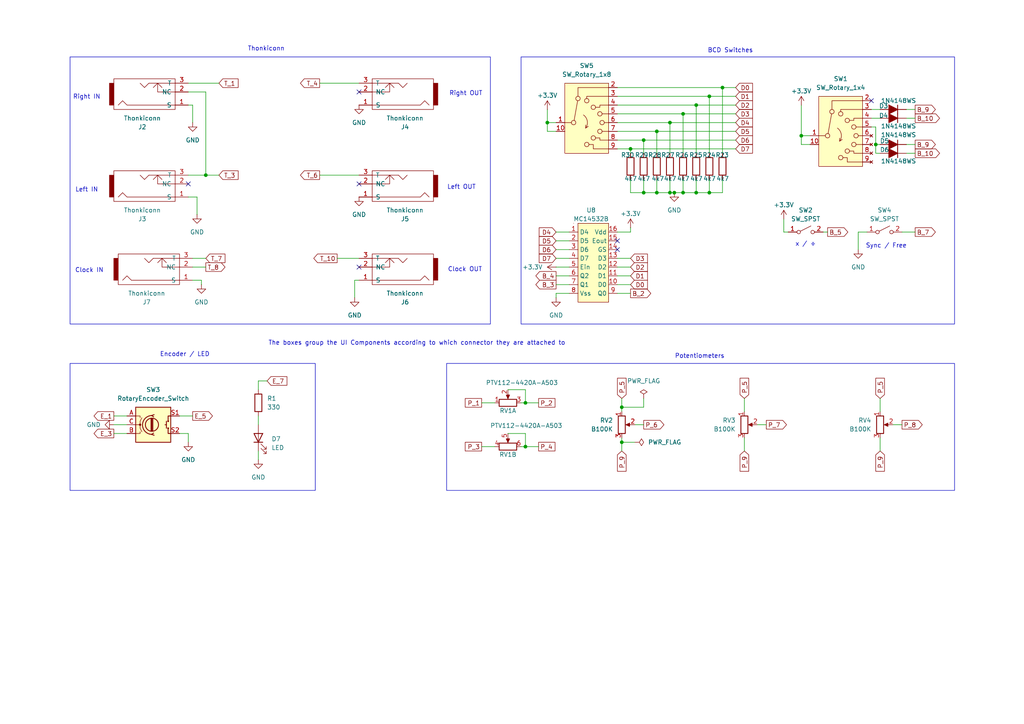
<source format=kicad_sch>
(kicad_sch (version 20231120) (generator "eeschema") (generator_version "8.0")
  (paper "A4")
  (title_block (title "Parrot - UI Components") (company "Audio Morphology"))
  (lib_symbols
    (symbol "DSP_CodecBoards:MC14532"
      (property "Reference" "U8" (at -1.27 15.24 0))
      (property "Value" "MC14532B" (at -1.27 12.7 0))
      (symbol "MC14532_0_1"
        (rectangle (start -6.35 11.43) (end -6.35 11.43))
      )
      (symbol "MC14532_1_1"
        (rectangle (start -5.08 11.43) (end 3.81 -11.43) (fill (type background)))
        (pin input line (at -7.62 8.89 0) (length 2.54) (name "D4") (number "1"))
        (pin input line (at 6.35 -6.35 180) (length 2.54) (name "D0") (number "10"))
        (pin input line (at 6.35 -3.81 180) (length 2.54) (name "D1") (number "11"))
        (pin input line (at 6.35 -1.27 180) (length 2.54) (name "D2") (number "12"))
        (pin input line (at 6.35 1.27 180) (length 2.54) (name "D3") (number "13"))
        (pin output line (at 6.35 3.81 180) (length 2.54) (name "GS") (number "14"))
        (pin output line (at 6.35 6.35 180) (length 2.54) (name "Eout") (number "15"))
        (pin power_in line (at 6.35 8.89 180) (length 2.54) (name "Vdd") (number "16"))
        (pin input line (at -7.62 6.35 0) (length 2.54) (name "D5") (number "2"))
        (pin input line (at -7.62 3.81 0) (length 2.54) (name "D6") (number "3"))
        (pin input line (at -7.62 1.27 0) (length 2.54) (name "D7") (number "4"))
        (pin input line (at -7.62 -1.27 0) (length 2.54) (name "Ein") (number "5"))
        (pin output line (at -7.62 -3.81 0) (length 2.54) (name "Q2") (number "6"))
        (pin output line (at -7.62 -6.35 0) (length 2.54) (name "Q1") (number "7"))
        (pin power_in line (at -7.62 -8.89 0) (length 2.54) (name "Vss") (number "8"))
        (pin output line (at 6.35 -8.89 180) (length 2.54) (name "Q0") (number "9"))
      )
    )
    (symbol "DSP_CodecBoards:SW_Rotary_1x4" (pin_names hide)
      (property "Reference" "SW" (at 0 12.7 0))
      (property "Value" "SW_Rotary_1x4" (at 10.16 -10.16 0))
      (symbol "SW_Rotary_1x4_0_1"
        (circle (center -5.08 0) (radius 0.635))
        (circle (center -3.81 6.985) (radius 0.635))
        (arc (start -1.5876 -1.5875) (mid -1.116 0.449) (end -2.2226 2.2225))
        (circle (center -1.27 -6.35) (radius 0.635))
        (circle (center -1.27 6.35) (radius 0.635))
        (polyline (pts (xy -7.62 0) (xy -5.715 0)))
        (polyline (pts (xy -4.9276 0.6604) (xy -3.9116 6.35)))
        (polyline (pts (xy -1.5876 -1.5875) (xy -1.5876 -1.5875)))
        (polyline (pts (xy -1.5876 -1.5875) (xy -1.5876 -0.6985)))
        (polyline (pts (xy -1.5876 -1.5875) (xy -0.8256 -1.0795)))
        (polyline (pts (xy 5.08 -2.54) (xy 3.175 -2.54)))
        (polyline (pts (xy 5.08 0) (xy 3.81 0)))
        (polyline (pts (xy 5.08 2.54) (xy 3.175 2.54)))
        (polyline (pts (xy 5.08 -7.62) (xy 0.635 -7.62) (xy 0.635 -6.35) (xy -0.635 -6.35)))
        (polyline (pts (xy 5.08 -5.08) (xy 2.54 -5.08) (xy 2.54 -4.445) (xy 1.27 -4.445)))
        (polyline (pts (xy 5.08 5.08) (xy 2.54 5.08) (xy 2.54 4.445) (xy 1.27 4.445)))
        (polyline (pts (xy 5.08 7.62) (xy -1.27 7.62) (xy -1.27 7.62) (xy -1.27 6.985)))
        (circle (center 0.635 -4.445) (radius 0.635))
        (circle (center 0.635 4.445) (radius 0.635))
        (circle (center 2.54 -2.54) (radius 0.635))
        (circle (center 2.54 2.54) (radius 0.635))
        (circle (center 3.175 0) (radius 0.635))
      )
      (symbol "SW_Rotary_1x4_1_1"
        (polyline (pts (xy 5.08 10.16) (xy -3.81 10.16) (xy -3.81 7.62)))
        (polyline (pts (xy -7.62 11.43) (xy 5.08 11.43) (xy 5.08 -8.89) (xy -7.62 -8.89) (xy -7.62 11.43) (xy -7.62 11.43)) (fill (type background)))
        (pin passive line (at -10.16 0 0) (length 2.54) (name "") (number "1"))
        (pin passive line (at -10.16 -2.54 0) (length 2.54) (name "") (number "10"))
        (pin passive line (at 7.62 10.16 180) (length 2.54) (name "") (number "2"))
        (pin passive line (at 7.62 7.62 180) (length 2.54) (name "") (number "3"))
        (pin passive line (at 7.62 5.08 180) (length 2.54) (name "") (number "4"))
        (pin passive line (at 7.62 2.54 180) (length 2.54) (name "") (number "5"))
        (pin no_connect line (at 7.62 0 180) (length 2.54) (name "") (number "6"))
        (pin no_connect line (at 7.62 -2.54 180) (length 2.54) (name "") (number "7"))
        (pin no_connect line (at 7.62 -5.08 180) (length 2.54) (name "") (number "8"))
        (pin no_connect line (at 7.62 -7.62 180) (length 2.54) (name "") (number "9"))
      )
    )
    (symbol "DSP_CodecBoards:SW_Rotary_1x8" (pin_names hide)
      (property "Reference" "SW" (at 0 12.7 0))
      (property "Value" "SW_Rotary_1x8" (at 10.16 -10.16 0))
      (symbol "SW_Rotary_1x8_0_1"
        (circle (center -5.08 0) (radius 0.635))
        (circle (center -3.81 6.985) (radius 0.635))
        (arc (start -1.5876 -1.5875) (mid -1.116 0.449) (end -2.2226 2.2225))
        (circle (center -1.27 -6.35) (radius 0.635))
        (circle (center -1.27 6.35) (radius 0.635))
        (polyline (pts (xy -7.62 0) (xy -5.715 0)))
        (polyline (pts (xy -4.9276 0.6604) (xy -3.9116 6.35)))
        (polyline (pts (xy -1.5876 -1.5875) (xy -1.5876 -1.5875)))
        (polyline (pts (xy -1.5876 -1.5875) (xy -1.5876 -0.6985)))
        (polyline (pts (xy -1.5876 -1.5875) (xy -0.8256 -1.0795)))
        (polyline (pts (xy 5.08 -2.54) (xy 3.175 -2.54)))
        (polyline (pts (xy 5.08 0) (xy 3.81 0)))
        (polyline (pts (xy 5.08 2.54) (xy 3.175 2.54)))
        (polyline (pts (xy 5.08 -7.62) (xy 0.635 -7.62) (xy 0.635 -6.35) (xy -0.635 -6.35)))
        (polyline (pts (xy 5.08 -5.08) (xy 2.54 -5.08) (xy 2.54 -4.445) (xy 1.27 -4.445)))
        (polyline (pts (xy 5.08 5.08) (xy 2.54 5.08) (xy 2.54 4.445) (xy 1.27 4.445)))
        (polyline (pts (xy 5.08 7.62) (xy -1.27 7.62) (xy -1.27 7.62) (xy -1.27 6.985)))
        (circle (center 0.635 -4.445) (radius 0.635))
        (circle (center 0.635 4.445) (radius 0.635))
        (circle (center 2.54 -2.54) (radius 0.635))
        (circle (center 2.54 2.54) (radius 0.635))
        (circle (center 3.175 0) (radius 0.635))
      )
      (symbol "SW_Rotary_1x8_1_1"
        (polyline (pts (xy 5.08 10.16) (xy -3.81 10.16) (xy -3.81 7.62)))
        (polyline (pts (xy -7.62 11.43) (xy 5.08 11.43) (xy 5.08 -8.89) (xy -7.62 -8.89) (xy -7.62 11.43) (xy -7.62 11.43)) (fill (type background)))
        (pin passive line (at -10.16 0 0) (length 2.54) (name "") (number "1"))
        (pin passive line (at -10.16 -2.54 0) (length 2.54) (name "") (number "10"))
        (pin passive line (at 7.62 10.16 180) (length 2.54) (name "") (number "2"))
        (pin passive line (at 7.62 7.62 180) (length 2.54) (name "") (number "3"))
        (pin passive line (at 7.62 5.08 180) (length 2.54) (name "") (number "4"))
        (pin passive line (at 7.62 2.54 180) (length 2.54) (name "") (number "5"))
        (pin passive line (at 7.62 0 180) (length 2.54) (name "") (number "6"))
        (pin passive line (at 7.62 -2.54 180) (length 2.54) (name "") (number "7"))
        (pin passive line (at 7.62 -5.08 180) (length 2.54) (name "") (number "8"))
        (pin passive line (at 7.62 -7.62 180) (length 2.54) (name "") (number "9"))
      )
    )
    (symbol "Device:LED" (pin_numbers hide) (pin_names (offset 1.016) hide)
      (property "Reference" "D" (at 0 2.54 0))
      (property "Value" "LED" (at 0 -2.54 0))
      (symbol "LED_0_1"
        (polyline (pts (xy -1.27 -1.27) (xy -1.27 1.27)) (stroke (width 0.254)))
        (polyline (pts (xy -1.27 0) (xy 1.27 0)))
        (polyline (pts (xy 1.27 -1.27) (xy 1.27 1.27) (xy -1.27 0) (xy 1.27 -1.27)) (stroke (width 0.254)))
        (polyline (pts (xy -3.048 -0.762) (xy -4.572 -2.286) (xy -3.81 -2.286) (xy -4.572 -2.286) (xy -4.572 -1.524)))
        (polyline (pts (xy -1.778 -0.762) (xy -3.302 -2.286) (xy -2.54 -2.286) (xy -3.302 -2.286) (xy -3.302 -1.524)))
      )
      (symbol "LED_1_1"
        (pin passive line (at -3.81 0 0) (length 2.54) (name "K") (number "1"))
        (pin passive line (at 3.81 0 180) (length 2.54) (name "A") (number "2"))
      )
    )
    (symbol "Device:R" (pin_numbers hide) (pin_names (offset 0))
      (property "Reference" "R" (at 2.032 0 90))
      (property "Value" "R" (at 0 0 90))
      (symbol "R_0_1"
        (rectangle (start -1.016 -2.54) (end 1.016 2.54) (stroke (width 0.254)))
      )
      (symbol "R_1_1"
        (pin passive line (at 0 3.81 270) (length 1.27) (name "~") (number "1"))
        (pin passive line (at 0 -3.81 90) (length 1.27) (name "~") (number "2"))
      )
    )
    (symbol "Device:R_Potentiometer" (pin_names (offset 1.016) hide)
      (property "Reference" "RV" (at -4.445 0 90))
      (property "Value" "R_Potentiometer" (at -2.54 0 90))
      (symbol "R_Potentiometer_0_1"
        (polyline (pts (xy 2.54 0) (xy 1.524 0)))
        (polyline (pts (xy 1.143 0) (xy 2.286 0.508) (xy 2.286 -0.508) (xy 1.143 0)) (fill (type outline)))
        (rectangle (start 1.016 2.54) (end -1.016 -2.54) (stroke (width 0.254)))
      )
      (symbol "R_Potentiometer_1_1"
        (pin passive line (at 0 3.81 270) (length 1.27) (name "1") (number "1"))
        (pin passive line (at 3.81 0 180) (length 1.27) (name "2") (number "2"))
        (pin passive line (at 0 -3.81 90) (length 1.27) (name "3") (number "3"))
      )
    )
    (symbol "Device:R_Potentiometer_Dual_Separate" (pin_names (offset 1.016) hide)
      (property "Reference" "RV" (at -4.445 0 90))
      (property "Value" "R_Potentiometer_Dual_Separate" (at -2.54 0 90))
      (symbol "R_Potentiometer_Dual_Separate_0_1"
        (polyline (pts (xy 2.54 0) (xy 1.524 0)))
        (polyline (pts (xy 1.143 0) (xy 2.286 0.508) (xy 2.286 -0.508) (xy 1.143 0)) (fill (type outline)))
        (rectangle (start 1.016 2.54) (end -1.016 -2.54) (stroke (width 0.254)))
      )
      (symbol "R_Potentiometer_Dual_Separate_1_1"
        (pin passive line (at 0 3.81 270) (length 1.27) (name "1") (number "1"))
        (pin passive line (at 3.81 0 180) (length 1.27) (name "2") (number "2"))
        (pin passive line (at 0 -3.81 90) (length 1.27) (name "3") (number "3"))
      )
      (symbol "R_Potentiometer_Dual_Separate_2_1"
        (pin passive line (at 0 3.81 270) (length 1.27) (name "4") (number "4"))
        (pin passive line (at 3.81 0 180) (length 1.27) (name "5") (number "5"))
        (pin passive line (at 0 -3.81 90) (length 1.27) (name "6") (number "6"))
      )
    )
    (symbol "Device:RotaryEncoder_Switch" (pin_names (offset 0.254) hide)
      (property "Reference" "SW" (at 0 6.604 0))
      (property "Value" "RotaryEncoder_Switch" (at 0 -6.604 0))
      (symbol "RotaryEncoder_Switch_0_1"
        (rectangle (start -5.08 5.08) (end 5.08 -5.08) (stroke (width 0.254)) (fill (type background)))
        (circle (center -3.81 0) (radius 0.254) (fill (type outline)))
        (circle (center -0.381 0) (radius 1.905) (stroke (width 0.254)))
        (arc (start -0.381 2.667) (mid -3.0988 -0.0635) (end -0.381 -2.794) (stroke (width 0.254)))
        (polyline (pts (xy -0.635 -1.778) (xy -0.635 1.778)) (stroke (width 0.254)))
        (polyline (pts (xy -0.381 -1.778) (xy -0.381 1.778)) (stroke (width 0.254)))
        (polyline (pts (xy -0.127 1.778) (xy -0.127 -1.778)) (stroke (width 0.254)))
        (polyline (pts (xy 3.81 0) (xy 3.429 0)) (stroke (width 0.254)))
        (polyline (pts (xy 3.81 1.016) (xy 3.81 -1.016)) (stroke (width 0.254)))
        (polyline (pts (xy -5.08 -2.54) (xy -3.81 -2.54) (xy -3.81 -2.032)))
        (polyline (pts (xy -5.08 2.54) (xy -3.81 2.54) (xy -3.81 2.032)))
        (polyline (pts (xy 0.254 -3.048) (xy -0.508 -2.794) (xy 0.127 -2.413)) (stroke (width 0.254)))
        (polyline (pts (xy 0.254 2.921) (xy -0.508 2.667) (xy 0.127 2.286)) (stroke (width 0.254)))
        (polyline (pts (xy 5.08 -2.54) (xy 4.318 -2.54) (xy 4.318 -1.016)) (stroke (width 0.254)))
        (polyline (pts (xy 5.08 2.54) (xy 4.318 2.54) (xy 4.318 1.016)) (stroke (width 0.254)))
        (polyline (pts (xy -5.08 0) (xy -3.81 0) (xy -3.81 -1.016) (xy -3.302 -2.032)))
        (polyline (pts (xy -4.318 0) (xy -3.81 0) (xy -3.81 1.016) (xy -3.302 2.032)))
        (circle (center 4.318 -1.016) (radius 0.127) (stroke (width 0.254)))
        (circle (center 4.318 1.016) (radius 0.127) (stroke (width 0.254)))
      )
      (symbol "RotaryEncoder_Switch_1_1"
        (pin passive line (at -7.62 2.54 0) (length 2.54) (name "A") (number "A"))
        (pin passive line (at -7.62 -2.54 0) (length 2.54) (name "B") (number "B"))
        (pin passive line (at -7.62 0 0) (length 2.54) (name "C") (number "C"))
        (pin passive line (at 7.62 2.54 180) (length 2.54) (name "S1") (number "S1"))
        (pin passive line (at 7.62 -2.54 180) (length 2.54) (name "S2") (number "S2"))
      )
    )
    (symbol "Diode_AKL:1N4148WS" (pin_numbers hide) (pin_names (offset 1.016) hide)
      (property "Reference" "D" (at 0 5.08 0))
      (property "Value" "1N4148WS" (at 0 2.54 0))
      (symbol "1N4148WS_0_1"
        (polyline (pts (xy -1.27 0) (xy 1.27 0)))
        (polyline (pts (xy 1.27 1.27) (xy 1.27 -1.27)) (stroke (width 0.254)))
        (polyline (pts (xy -1.27 1.27) (xy -1.27 -1.27) (xy 1.27 0) (xy -1.27 1.27)) (stroke (width 0.254)) (fill (type outline)))
      )
      (symbol "1N4148WS_1_1"
        (pin passive line (at 3.81 0 180) (length 2.54) (name "K") (number "1"))
        (pin passive line (at -3.81 0 0) (length 2.54) (name "A") (number "2"))
      )
    )
    (symbol "Eurorack:Thonkiconn" (pin_names (offset 1.016))
      (property "Reference" "J1" (at -12.7 -1.27 0))
      (property "Value" "Thonkiconn" (at -3.81 1.27 0))
      (symbol "Thonkiconn_0_1"
        (rectangle (start -11.43 3.81) (end -10.16 -2.54) (fill (type outline)))
        (polyline (pts (xy 3.81 0) (xy 7.62 0) (xy 7.62 0)))
        (polyline (pts (xy 0 -2.54) (xy -1.27 -1.27) (xy -2.54 -2.54) (xy -2.54 -2.54)))
        (polyline (pts (xy 0 -2.54) (xy 7.62 -2.54) (xy 7.62 -2.54) (xy 7.62 -2.54)))
        (polyline (pts (xy 1.27 -1.27) (xy 2.54 -2.54) (xy 3.81 -1.27) (xy 3.81 -1.27)))
        (polyline (pts (xy 3.81 0) (xy 2.54 0) (xy 2.54 -2.54) (xy 2.54 -2.54)))
        (polyline (pts (xy 7.62 3.81) (xy -6.35 3.81) (xy -7.62 2.54) (xy -8.89 3.81) (xy -8.89 3.81)))
        (rectangle (start 7.62 -3.81) (end -10.16 5.08))
      )
      (symbol "Thonkiconn_1_1"
        (pin passive line (at 11.43 3.81 180) (length 3.81) (name "S") (number "1"))
        (pin passive line (at 11.43 0 180) (length 3.81) (name "NC") (number "2"))
        (pin passive line (at 11.43 -2.54 180) (length 3.81) (name "T") (number "3"))
      )
    )
    (symbol "Resistor_AKL:R_0603" (pin_numbers hide) (pin_names (offset 0))
      (property "Reference" "R" (at 2.54 1.27 0))
      (property "Value" "R_0603" (at 2.54 -1.27 0))
      (symbol "R_0603_0_1"
        (rectangle (start -1.016 -2.54) (end 1.016 2.54) (stroke (width 0.254)))
      )
      (symbol "R_0603_1_1"
        (pin passive line (at 0 3.81 270) (length 1.27) (name "~") (number "1"))
        (pin passive line (at 0 -3.81 90) (length 1.27) (name "~") (number "2"))
      )
    )
    (symbol "Switch:SW_SPST" (pin_names (offset 0) hide)
      (property "Reference" "SW" (at 0 3.175 0))
      (property "Value" "SW_SPST" (at 0 -2.54 0))
      (symbol "SW_SPST_0_0"
        (circle (center -2.032 0) (radius 0.508))
        (polyline (pts (xy -1.524 0.254) (xy 1.524 1.778)))
        (circle (center 2.032 0) (radius 0.508))
      )
      (symbol "SW_SPST_1_1"
        (pin passive line (at -5.08 0 0) (length 2.54) (name "A") (number "1"))
        (pin passive line (at 5.08 0 180) (length 2.54) (name "B") (number "2"))
      )
    )
    (symbol "power:+3.3V" (power) (pin_numbers hide) (pin_names (offset 0) hide)
      (property "Value" "+3.3V" (at 0 3.556 0))
      (symbol "+3.3V_0_1"
        (polyline (pts (xy -0.762 1.27) (xy 0 2.54)))
        (polyline (pts (xy 0 0) (xy 0 2.54)))
        (polyline (pts (xy 0 2.54) (xy 0.762 1.27)))
      )
      (symbol "+3.3V_1_1"
        (pin power_in line (at 0 0 90) (length 0) (name "~") (number "1"))
      )
    )
    (symbol "power:GND" (power) (pin_numbers hide) (pin_names (offset 0) hide)
      (property "Value" "GND" (at 0 -3.81 0))
      (symbol "GND_0_1"
        (polyline (pts (xy 0 0) (xy 0 -1.27) (xy 1.27 -1.27) (xy 0 -2.54) (xy -1.27 -1.27) (xy 0 -1.27)))
      )
      (symbol "GND_1_1"
        (pin power_in line (at 0 0 270) (length 0) (name "~") (number "1"))
      )
    )
    (symbol "power:PWR_FLAG" (power) (pin_numbers hide) (pin_names (offset 0) hide)
      (property "Value" "PWR_FLAG" (at 0 3.81 0))
      (symbol "PWR_FLAG_0_0"
        (pin power_out line (at 0 0 90) (length 0) (name "~") (number "1"))
      )
      (symbol "PWR_FLAG_0_1"
        (polyline (pts (xy 0 0) (xy 0 1.27) (xy -1.016 1.905) (xy 0 2.54) (xy 1.016 1.905) (xy 0 1.27)))
      )
    )
  )
  (junction (at 186.69 55.88))
  (junction (at 180.34 118.11))
  (junction (at 254 41.91))
  (junction (at 59.69 50.8))
  (junction (at 190.5 55.88))
  (junction (at 194.31 55.88))
  (junction (at 180.34 128.27))
  (junction (at 190.5 38.1))
  (junction (at 201.93 30.48))
  (junction (at 152.4 129.54))
  (junction (at 186.69 40.64))
  (junction (at 209.55 25.4))
  (junction (at 232.41 39.37))
  (junction (at 201.93 55.88))
  (junction (at 198.12 55.88))
  (junction (at 194.31 35.56))
  (junction (at 182.88 43.18))
  (junction (at 158.75 35.56))
  (junction (at 195.58 55.88))
  (junction (at 205.74 27.94))
  (junction (at 198.12 33.02))
  (junction (at 152.4 116.84))
  (junction (at 205.74 55.88))
  (no_connect (at 104.14 26.67))
  (no_connect (at 179.07 69.85))
  (no_connect (at 179.07 72.39))
  (no_connect (at 104.14 77.47))
  (no_connect (at 252.73 29.21))
  (no_connect (at 54.61 53.34))
  (no_connect (at 104.14 53.34))
  (wire (pts (xy 201.93 30.48) (xy 201.93 44.45)))
  (wire (pts (xy 59.69 26.67) (xy 59.69 50.8)))
  (wire (pts (xy 152.4 113.03) (xy 152.4 116.84)))
  (wire (pts (xy 251.46 67.31) (xy 248.92 67.31)))
  (wire (pts (xy 254 41.91) (xy 254 44.45)))
  (wire (pts (xy 205.74 55.88) (xy 201.93 55.88)))
  (wire (pts (xy 179.07 85.09) (xy 182.88 85.09)))
  (wire (pts (xy 259.08 123.19) (xy 261.62 123.19)))
  (wire (pts (xy 152.4 125.73) (xy 152.4 129.54)))
  (wire (pts (xy 228.6 67.31) (xy 227.33 67.31)))
  (wire (pts (xy 161.29 82.55) (xy 165.1 82.55)))
  (wire (pts (xy 54.61 26.67) (xy 59.69 26.67)))
  (wire (pts (xy 198.12 55.88) (xy 195.58 55.88)))
  (wire (pts (xy 194.31 35.56) (xy 194.31 44.45)))
  (wire (pts (xy 59.69 50.8) (xy 63.5 50.8)))
  (wire (pts (xy 33.02 125.73) (xy 36.83 125.73)))
  (wire (pts (xy 147.32 113.03) (xy 152.4 113.03)))
  (wire (pts (xy 215.9 127) (xy 215.9 130.81)))
  (wire (pts (xy 179.07 33.02) (xy 198.12 33.02)))
  (wire (pts (xy 54.61 24.13) (xy 63.5 24.13)))
  (wire (pts (xy 234.95 41.91) (xy 232.41 41.91)))
  (wire (pts (xy 55.88 81.28) (xy 58.42 81.28)))
  (wire (pts (xy 255.27 115.57) (xy 255.27 119.38)))
  (wire (pts (xy 77.47 110.49) (xy 74.93 110.49)))
  (wire (pts (xy 179.07 25.4) (xy 209.55 25.4)))
  (wire (pts (xy 55.88 74.93) (xy 59.69 74.93)))
  (wire (pts (xy 186.69 52.07) (xy 186.69 55.88)))
  (wire (pts (xy 232.41 41.91) (xy 232.41 39.37)))
  (wire (pts (xy 209.55 25.4) (xy 209.55 44.45)))
  (wire (pts (xy 179.07 82.55) (xy 182.88 82.55)))
  (wire (pts (xy 139.7 116.84) (xy 143.51 116.84)))
  (wire (pts (xy 262.89 34.29) (xy 265.43 34.29)))
  (wire (pts (xy 97.79 74.93) (xy 104.14 74.93)))
  (wire (pts (xy 180.34 128.27) (xy 184.15 128.27)))
  (wire (pts (xy 182.88 43.18) (xy 182.88 44.45)))
  (wire (pts (xy 219.71 123.19) (xy 222.25 123.19)))
  (wire (pts (xy 74.93 120.65) (xy 74.93 123.19)))
  (wire (pts (xy 209.55 52.07) (xy 209.55 55.88)))
  (wire (pts (xy 180.34 118.11) (xy 180.34 119.38)))
  (wire (pts (xy 198.12 33.02) (xy 213.36 33.02)))
  (wire (pts (xy 161.29 38.1) (xy 158.75 38.1)))
  (wire (pts (xy 139.7 129.54) (xy 143.51 129.54)))
  (wire (pts (xy 161.29 80.01) (xy 165.1 80.01)))
  (wire (pts (xy 161.29 67.31) (xy 165.1 67.31)))
  (wire (pts (xy 158.75 35.56) (xy 161.29 35.56)))
  (wire (pts (xy 179.07 74.93) (xy 182.88 74.93)))
  (wire (pts (xy 151.13 116.84) (xy 152.4 116.84)))
  (wire (pts (xy 201.93 30.48) (xy 213.36 30.48)))
  (wire (pts (xy 186.69 55.88) (xy 190.5 55.88)))
  (wire (pts (xy 180.34 127) (xy 180.34 128.27)))
  (wire (pts (xy 182.88 67.31) (xy 182.88 66.04)))
  (wire (pts (xy 55.88 30.48) (xy 55.88 35.56)))
  (wire (pts (xy 186.69 118.11) (xy 180.34 118.11)))
  (wire (pts (xy 179.07 43.18) (xy 182.88 43.18)))
  (wire (pts (xy 254 44.45) (xy 255.27 44.45)))
  (wire (pts (xy 161.29 69.85) (xy 165.1 69.85)))
  (wire (pts (xy 232.41 39.37) (xy 234.95 39.37)))
  (wire (pts (xy 186.69 40.64) (xy 213.36 40.64)))
  (wire (pts (xy 186.69 40.64) (xy 186.69 44.45)))
  (wire (pts (xy 179.07 80.01) (xy 182.88 80.01)))
  (wire (pts (xy 190.5 38.1) (xy 213.36 38.1)))
  (wire (pts (xy 180.34 115.57) (xy 180.34 118.11)))
  (wire (pts (xy 151.13 129.54) (xy 152.4 129.54)))
  (wire (pts (xy 74.93 130.81) (xy 74.93 133.35)))
  (wire (pts (xy 232.41 30.48) (xy 232.41 39.37)))
  (wire (pts (xy 179.07 77.47) (xy 182.88 77.47)))
  (wire (pts (xy 262.89 31.75) (xy 265.43 31.75)))
  (wire (pts (xy 205.74 27.94) (xy 213.36 27.94)))
  (wire (pts (xy 261.62 67.31) (xy 265.43 67.31)))
  (wire (pts (xy 152.4 116.84) (xy 156.21 116.84)))
  (wire (pts (xy 184.15 123.19) (xy 186.69 123.19)))
  (wire (pts (xy 198.12 52.07) (xy 198.12 55.88)))
  (wire (pts (xy 209.55 55.88) (xy 205.74 55.88)))
  (wire (pts (xy 252.73 36.83) (xy 254 36.83)))
  (wire (pts (xy 158.75 31.75) (xy 158.75 35.56)))
  (wire (pts (xy 179.07 30.48) (xy 201.93 30.48)))
  (wire (pts (xy 52.07 125.73) (xy 54.61 125.73)))
  (wire (pts (xy 55.88 77.47) (xy 59.69 77.47)))
  (wire (pts (xy 179.07 35.56) (xy 194.31 35.56)))
  (wire (pts (xy 158.75 38.1) (xy 158.75 35.56)))
  (wire (pts (xy 102.87 81.28) (xy 102.87 86.36)))
  (wire (pts (xy 254 36.83) (xy 254 41.91)))
  (wire (pts (xy 227.33 67.31) (xy 227.33 63.5)))
  (wire (pts (xy 262.89 41.91) (xy 265.43 41.91)))
  (wire (pts (xy 54.61 30.48) (xy 55.88 30.48)))
  (wire (pts (xy 179.07 40.64) (xy 186.69 40.64)))
  (wire (pts (xy 238.76 67.31) (xy 240.03 67.31)))
  (wire (pts (xy 205.74 27.94) (xy 205.74 44.45)))
  (wire (pts (xy 54.61 57.15) (xy 57.15 57.15)))
  (wire (pts (xy 252.73 34.29) (xy 255.27 34.29)))
  (wire (pts (xy 58.42 81.28) (xy 58.42 82.55)))
  (wire (pts (xy 182.88 55.88) (xy 186.69 55.88)))
  (wire (pts (xy 57.15 57.15) (xy 57.15 62.23)))
  (wire (pts (xy 190.5 52.07) (xy 190.5 55.88)))
  (wire (pts (xy 147.32 125.73) (xy 152.4 125.73)))
  (wire (pts (xy 92.71 24.13) (xy 104.14 24.13)))
  (wire (pts (xy 182.88 52.07) (xy 182.88 55.88)))
  (wire (pts (xy 190.5 38.1) (xy 190.5 44.45)))
  (wire (pts (xy 252.73 31.75) (xy 255.27 31.75)))
  (wire (pts (xy 161.29 86.36) (xy 161.29 85.09)))
  (wire (pts (xy 209.55 25.4) (xy 213.36 25.4)))
  (wire (pts (xy 255.27 127) (xy 255.27 130.81)))
  (wire (pts (xy 179.07 27.94) (xy 205.74 27.94)))
  (wire (pts (xy 161.29 85.09) (xy 165.1 85.09)))
  (wire (pts (xy 186.69 115.57) (xy 186.69 118.11)))
  (wire (pts (xy 194.31 55.88) (xy 195.58 55.88)))
  (wire (pts (xy 205.74 52.07) (xy 205.74 55.88)))
  (wire (pts (xy 54.61 50.8) (xy 59.69 50.8)))
  (wire (pts (xy 180.34 128.27) (xy 180.34 130.81)))
  (wire (pts (xy 54.61 125.73) (xy 54.61 128.27)))
  (wire (pts (xy 248.92 67.31) (xy 248.92 72.39)))
  (wire (pts (xy 194.31 35.56) (xy 213.36 35.56)))
  (wire (pts (xy 201.93 52.07) (xy 201.93 55.88)))
  (wire (pts (xy 161.29 74.93) (xy 165.1 74.93)))
  (wire (pts (xy 198.12 33.02) (xy 198.12 44.45)))
  (wire (pts (xy 179.07 67.31) (xy 182.88 67.31)))
  (wire (pts (xy 52.07 120.65) (xy 55.88 120.65)))
  (wire (pts (xy 92.71 50.8) (xy 104.14 50.8)))
  (wire (pts (xy 254 41.91) (xy 255.27 41.91)))
  (wire (pts (xy 74.93 110.49) (xy 74.93 113.03)))
  (wire (pts (xy 33.02 120.65) (xy 36.83 120.65)))
  (wire (pts (xy 152.4 129.54) (xy 156.21 129.54)))
  (wire (pts (xy 201.93 55.88) (xy 198.12 55.88)))
  (wire (pts (xy 182.88 43.18) (xy 213.36 43.18)))
  (wire (pts (xy 161.29 72.39) (xy 165.1 72.39)))
  (wire (pts (xy 161.29 77.47) (xy 165.1 77.47)))
  (wire (pts (xy 190.5 55.88) (xy 194.31 55.88)))
  (wire (pts (xy 104.14 81.28) (xy 102.87 81.28)))
  (wire (pts (xy 33.02 123.19) (xy 36.83 123.19)))
  (wire (pts (xy 179.07 38.1) (xy 190.5 38.1)))
  (wire (pts (xy 215.9 115.57) (xy 215.9 119.38)))
  (wire (pts (xy 262.89 44.45) (xy 265.43 44.45)))
  (wire (pts (xy 194.31 52.07) (xy 194.31 55.88)))
  (rectangle (start 129.54 105.41) (end 276.86 142.24))
  (rectangle (start 151.13 16.51) (end 276.86 93.98))
  (rectangle (start 20.32 16.51) (end 142.24 93.98))
  (rectangle (start 20.32 105.41) (end 91.44 142.24))
  (text "BCD Switches" (at 211.836 14.732 0) (effects (font (size 1.27 1.27))))
  (text "Clock OUT" (at 134.874 78.232 0) (effects (font (size 1.27 1.27))))
  (text "The boxes group the UI Components according to which connector they are attached to" (at 120.904 99.568 0) (effects (font (size 1.27 1.27))))
  (text "Potentiometers" (at 202.946 103.378 0) (effects (font (size 1.27 1.27))))
  (text "Encoder / LED" (at 53.594 102.87 0) (effects (font (size 1.27 1.27))))
  (text "Clock IN" (at 25.908 78.486 0) (effects (font (size 1.27 1.27))))
  (text "Thonkiconn" (at 77.216 14.224 0) (effects (font (size 1.27 1.27))))
  (text "x / ÷" (at 233.68 70.866 0) (effects (font (size 1.27 1.27))))
  (text "Sync / Free" (at 257.048 71.374 0) (effects (font (size 1.27 1.27))))
  (text "Right IN" (at 25.146 28.194 0) (effects (font (size 1.27 1.27))))
  (text "Right OUT" (at 135.128 27.178 0) (effects (font (size 1.27 1.27))))
  (text "Left IN" (at 25.146 55.118 0) (effects (font (size 1.27 1.27))))
  (text "Left OUT" (at 133.858 54.356 0) (effects (font (size 1.27 1.27))))
  (global_label "D5" (shape input) (at 161.29 69.85 180) (property "Intersheetrefs" "${INTERSHEET_REFS}" (effects (hide yes))))
  (global_label "P_4" (shape passive) (at 156.21 129.54 0) (property "Intersheetrefs" "${INTERSHEET_REFS}" (effects (hide yes))))
  (global_label "B_3" (shape output) (at 161.29 82.55 180) (property "Intersheetrefs" "${INTERSHEET_REFS}" (effects (hide yes))))
  (global_label "P_2" (shape passive) (at 156.21 116.84 0) (property "Intersheetrefs" "${INTERSHEET_REFS}" (effects (hide yes))))
  (global_label "D0" (shape input) (at 182.88 82.55 0) (property "Intersheetrefs" "${INTERSHEET_REFS}" (effects (hide yes))))
  (global_label "P_5" (shape input) (at 215.9 115.57 90) (property "Intersheetrefs" "${INTERSHEET_REFS}" (effects (hide yes))))
  (global_label "D3" (shape input) (at 213.36 33.02 0) (property "Intersheetrefs" "${INTERSHEET_REFS}" (effects (hide yes))))
  (global_label "D2" (shape input) (at 213.36 30.48 0) (property "Intersheetrefs" "${INTERSHEET_REFS}" (effects (hide yes))))
  (global_label "D2" (shape input) (at 182.88 77.47 0) (property "Intersheetrefs" "${INTERSHEET_REFS}" (effects (hide yes))))
  (global_label "B_9" (shape output) (at 265.43 41.91 0) (property "Intersheetrefs" "${INTERSHEET_REFS}" (effects (hide yes))))
  (global_label "D4" (shape input) (at 213.36 35.56 0) (property "Intersheetrefs" "${INTERSHEET_REFS}" (effects (hide yes))))
  (global_label "P_1" (shape passive) (at 139.7 116.84 180) (property "Intersheetrefs" "${INTERSHEET_REFS}" (effects (hide yes))))
  (global_label "D4" (shape input) (at 161.29 67.31 180) (property "Intersheetrefs" "${INTERSHEET_REFS}" (effects (hide yes))))
  (global_label "E_7" (shape input) (at 77.47 110.49 0) (property "Intersheetrefs" "${INTERSHEET_REFS}" (effects (hide yes))))
  (global_label "P_9" (shape input) (at 180.34 130.81 270) (property "Intersheetrefs" "${INTERSHEET_REFS}" (effects (hide yes))))
  (global_label "B_5" (shape output) (at 240.03 67.31 0) (property "Intersheetrefs" "${INTERSHEET_REFS}" (effects (hide yes))))
  (global_label "T_8" (shape output) (at 59.69 77.47 0) (property "Intersheetrefs" "${INTERSHEET_REFS}" (effects (hide yes))))
  (global_label "T_3" (shape input) (at 63.5 50.8 0) (property "Intersheetrefs" "${INTERSHEET_REFS}" (effects (hide yes))))
  (global_label "D0" (shape input) (at 213.36 25.4 0) (property "Intersheetrefs" "${INTERSHEET_REFS}" (effects (hide yes))))
  (global_label "D6" (shape input) (at 161.29 72.39 180) (property "Intersheetrefs" "${INTERSHEET_REFS}" (effects (hide yes))))
  (global_label "E_3" (shape output) (at 33.02 125.73 180) (property "Intersheetrefs" "${INTERSHEET_REFS}" (effects (hide yes))))
  (global_label "B_10" (shape output) (at 265.43 34.29 0) (property "Intersheetrefs" "${INTERSHEET_REFS}" (effects (hide yes))))
  (global_label "B_9" (shape output) (at 265.43 31.75 0) (property "Intersheetrefs" "${INTERSHEET_REFS}" (effects (hide yes))))
  (global_label "D7" (shape input) (at 213.36 43.18 0) (property "Intersheetrefs" "${INTERSHEET_REFS}" (effects (hide yes))))
  (global_label "E_5" (shape output) (at 55.88 120.65 0) (property "Intersheetrefs" "${INTERSHEET_REFS}" (effects (hide yes))))
  (global_label "D1" (shape input) (at 182.88 80.01 0) (property "Intersheetrefs" "${INTERSHEET_REFS}" (effects (hide yes))))
  (global_label "B_10" (shape output) (at 265.43 44.45 0) (property "Intersheetrefs" "${INTERSHEET_REFS}" (effects (hide yes))))
  (global_label "D7" (shape input) (at 161.29 74.93 180) (property "Intersheetrefs" "${INTERSHEET_REFS}" (effects (hide yes))))
  (global_label "B_2" (shape output) (at 182.88 85.09 0) (property "Intersheetrefs" "${INTERSHEET_REFS}" (effects (hide yes))))
  (global_label "P_3" (shape passive) (at 139.7 129.54 180) (property "Intersheetrefs" "${INTERSHEET_REFS}" (effects (hide yes))))
  (global_label "T_6" (shape output) (at 92.71 50.8 180) (property "Intersheetrefs" "${INTERSHEET_REFS}" (effects (hide yes))))
  (global_label "P_8" (shape output) (at 261.62 123.19 0) (property "Intersheetrefs" "${INTERSHEET_REFS}" (effects (hide yes))))
  (global_label "P_7" (shape output) (at 222.25 123.19 0) (property "Intersheetrefs" "${INTERSHEET_REFS}" (effects (hide yes))))
  (global_label "D6" (shape input) (at 213.36 40.64 0) (property "Intersheetrefs" "${INTERSHEET_REFS}" (effects (hide yes))))
  (global_label "D5" (shape input) (at 213.36 38.1 0) (property "Intersheetrefs" "${INTERSHEET_REFS}" (effects (hide yes))))
  (global_label "B_7" (shape output) (at 265.43 67.31 0) (property "Intersheetrefs" "${INTERSHEET_REFS}" (effects (hide yes))))
  (global_label "T_1" (shape input) (at 63.5 24.13 0) (property "Intersheetrefs" "${INTERSHEET_REFS}" (effects (hide yes))))
  (global_label "B_4" (shape output) (at 161.29 80.01 180) (property "Intersheetrefs" "${INTERSHEET_REFS}" (effects (hide yes))))
  (global_label "P_5" (shape input) (at 255.27 115.57 90) (property "Intersheetrefs" "${INTERSHEET_REFS}" (effects (hide yes))))
  (global_label "P_9" (shape input) (at 215.9 130.81 270) (property "Intersheetrefs" "${INTERSHEET_REFS}" (effects (hide yes))))
  (global_label "D3" (shape input) (at 182.88 74.93 0) (property "Intersheetrefs" "${INTERSHEET_REFS}" (effects (hide yes))))
  (global_label "T_4" (shape output) (at 92.71 24.13 180) (property "Intersheetrefs" "${INTERSHEET_REFS}" (effects (hide yes))))
  (global_label "T_7" (shape input) (at 59.69 74.93 0) (property "Intersheetrefs" "${INTERSHEET_REFS}" (effects (hide yes))))
  (global_label "P_5" (shape input) (at 180.34 115.57 90) (property "Intersheetrefs" "${INTERSHEET_REFS}" (effects (hide yes))))
  (global_label "P_6" (shape output) (at 186.69 123.19 0) (property "Intersheetrefs" "${INTERSHEET_REFS}" (effects (hide yes))))
  (global_label "T_10" (shape output) (at 97.79 74.93 180) (property "Intersheetrefs" "${INTERSHEET_REFS}" (effects (hide yes))))
  (global_label "P_9" (shape input) (at 255.27 130.81 270) (property "Intersheetrefs" "${INTERSHEET_REFS}" (effects (hide yes))))
  (global_label "E_1" (shape output) (at 33.02 120.65 180) (property "Intersheetrefs" "${INTERSHEET_REFS}" (effects (hide yes))))
  (global_label "D1" (shape input) (at 213.36 27.94 0) (property "Intersheetrefs" "${INTERSHEET_REFS}" (effects (hide yes))))
  (symbol (lib_id "Switch:SW_SPST") (at 233.68 67.31 0) (unit 1)
    (property "Reference" "SW2" (at 233.68 60.96 0))
    (property "Value" "SW_SPST" (at 233.68 63.5 0))
    (property "Footprint" "europi:SPDT_Switch" (effects (hide yes)))
    (property "Description" "Single Pole Single Throw (SPST) switch" (effects (hide yes)))
  )
  (symbol (lib_id "Diode_AKL:1N4148WS") (at 259.08 31.75 0) (unit 1)
    (property "Reference" "D3" (at 256.286 30.734 0))
    (property "Value" "1N4148WS" (at 260.604 29.21 0))
    (property "Footprint" "Diode_SMD_AKL:D_SOD-323" (effects (hide yes)))
    (property "Datasheet" "https://datasheet.octopart.com/1N4148WS-13-F-Diodes-Inc.-datasheet-11839050.pdf" (effects (hide yes)))
    (property "Description" "SOD-323 Diode, Small Signal, Fast Switching, 75V, 150mA, 4ns, Alternate KiCad Library" (effects (hide yes)))
  )
  (symbol (lib_id "Diode_AKL:1N4148WS") (at 259.08 34.29 0) (unit 1)
    (property "Reference" "D4" (at 256.286 33.528 0))
    (property "Value" "1N4148WS" (at 260.604 36.576 0))
    (property "Footprint" "Diode_SMD_AKL:D_SOD-323" (effects (hide yes)))
    (property "Datasheet" "https://datasheet.octopart.com/1N4148WS-13-F-Diodes-Inc.-datasheet-11839050.pdf" (effects (hide yes)))
    (property "Description" "SOD-323 Diode, Small Signal, Fast Switching, 75V, 150mA, 4ns, Alternate KiCad Library" (effects (hide yes)))
  )
  (symbol (lib_id "Device:LED") (at 74.93 127 90) (unit 1)
    (property "Reference" "D7" (at 78.74 127.3174 90) (effects (justify right)))
    (property "Value" "LED" (at 78.74 129.8574 90) (effects (justify right)))
    (property "Footprint" "LED_THT:LED_D3.0mm" (effects (hide yes)))
    (property "Description" "Light emitting diode" (effects (hide yes)))
  )
  (symbol (lib_id "Device:R") (at 186.69 48.26 0) (unit 1)
    (property "Reference" "R29" (at 184.15 44.958 0) (effects (justify left)))
    (property "Value" "4k7" (at 184.912 51.816 0) (effects (justify left)))
    (property "Footprint" "Resistor_SMD_AKL:R_0603_1608Metric_Pad1.05x0.95mm_HandSolder" (effects (hide yes)))
    (property "Description" "Resistor" (effects (hide yes)))
  )
  (symbol (lib_id "power:GND") (at 104.14 57.15 0) (unit 1)
    (property "Reference" "#PWR024" (effects (hide yes)))
    (property "Value" "GND" (at 104.14 62.23 0))
    (property "Description" "Power symbol creates a global label with name \"GND\" , ground" (effects (hide yes)))
  )
  (symbol (lib_id "Device:R") (at 205.74 48.26 0) (unit 1)
    (property "Reference" "R24" (at 203.708 44.958 0) (effects (justify left)))
    (property "Value" "4k7" (at 203.962 51.816 0) (effects (justify left)))
    (property "Footprint" "Resistor_SMD_AKL:R_0603_1608Metric_Pad1.05x0.95mm_HandSolder" (effects (hide yes)))
    (property "Description" "Resistor" (effects (hide yes)))
  )
  (symbol (lib_id "Device:R_Potentiometer") (at 180.34 123.19 0) (unit 1)
    (property "Reference" "RV2" (at 177.8 121.9199 0) (effects (justify right)))
    (property "Value" "B100K" (at 177.8 124.4599 0) (effects (justify right)))
    (property "Footprint" "DSP_CodecBoards:Potentiometer_Alpha_RD901F-40-00D_Single_Vertical_CircularHoles" (effects (hide yes)))
    (property "Description" "Potentiometer" (effects (hide yes)))
  )
  (symbol (lib_id "Device:R_Potentiometer") (at 255.27 123.19 0) (unit 1)
    (property "Reference" "RV4" (at 252.73 121.9199 0) (effects (justify right)))
    (property "Value" "B100K" (at 252.73 124.4599 0) (effects (justify right)))
    (property "Footprint" "DSP_CodecBoards:Potentiometer_Alpha_RD901F-40-00D_Single_Vertical_CircularHoles" (effects (hide yes)))
    (property "Description" "Potentiometer" (effects (hide yes)))
  )
  (symbol (lib_id "power:+3.3V") (at 227.33 63.5 0) (unit 1)
    (property "Reference" "#PWR011" (effects (hide yes)))
    (property "Value" "+3.3V" (at 227.33 59.436 0))
    (property "Description" "Power symbol creates a global label with name \"+3.3V\"" (effects (hide yes)))
  )
  (symbol (lib_id "Switch:SW_SPST") (at 256.54 67.31 0) (unit 1)
    (property "Reference" "SW4" (at 256.54 60.96 0))
    (property "Value" "SW_SPST" (at 256.54 63.5 0))
    (property "Footprint" "europi:SPDT_Switch" (effects (hide yes)))
    (property "Description" "Single Pole Single Throw (SPST) switch" (effects (hide yes)))
  )
  (symbol (lib_id "Eurorack:Thonkiconn") (at 43.18 53.34 0) (mirror x) (unit 1)
    (property "Reference" "J3" (at 41.275 63.5 0))
    (property "Value" "Thonkiconn" (at 41.275 60.96 0))
    (property "Footprint" "Eurorack:Thonkiconn" (effects (hide yes)))
  )
  (symbol (lib_id "Diode_AKL:1N4148WS") (at 259.08 41.91 0) (unit 1)
    (property "Reference" "D5" (at 256.54 40.894 0))
    (property "Value" "1N4148WS" (at 260.604 39.116 0))
    (property "Footprint" "Diode_SMD_AKL:D_SOD-323" (effects (hide yes)))
    (property "Datasheet" "https://datasheet.octopart.com/1N4148WS-13-F-Diodes-Inc.-datasheet-11839050.pdf" (effects (hide yes)))
    (property "Description" "SOD-323 Diode, Small Signal, Fast Switching, 75V, 150mA, 4ns, Alternate KiCad Library" (effects (hide yes)))
  )
  (symbol (lib_id "Device:R") (at 194.31 48.26 0) (unit 1)
    (property "Reference" "R27" (at 191.77 44.958 0) (effects (justify left)))
    (property "Value" "4k7" (at 192.532 51.816 0) (effects (justify left)))
    (property "Footprint" "Resistor_SMD_AKL:R_0603_1608Metric_Pad1.05x0.95mm_HandSolder" (effects (hide yes)))
    (property "Description" "Resistor" (effects (hide yes)))
  )
  (symbol (lib_id "power:GND") (at 58.42 82.55 0) (unit 1)
    (property "Reference" "#PWR040" (effects (hide yes)))
    (property "Value" "GND" (at 58.42 87.63 0))
    (property "Description" "Power symbol creates a global label with name \"GND\" , ground" (effects (hide yes)))
  )
  (symbol (lib_id "power:PWR_FLAG") (at 186.69 115.57 0) (unit 1)
    (property "Reference" "#FLG06" (effects (hide yes)))
    (property "Value" "PWR_FLAG" (at 186.69 110.49 0))
    (property "Description" "Special symbol for telling ERC where power comes from" (effects (hide yes)))
  )
  (symbol (lib_id "power:GND") (at 248.92 72.39 0) (unit 1)
    (property "Reference" "#PWR070" (effects (hide yes)))
    (property "Value" "GND" (at 248.92 77.47 0))
    (property "Description" "Power symbol creates a global label with name \"GND\" , ground" (effects (hide yes)))
  )
  (symbol (lib_id "Device:R_Potentiometer_Dual_Separate") (at 147.32 129.54 90) (unit 2)
    (property "Reference" "RV1" (at 147.32 131.826 90))
    (property "Value" "PTV112-4420A-A503" (at 152.654 123.444 90))
    (property "Footprint" "DSP_CodecBoards:Potentiometer_Bourns_PTV112-4_Dual_Vertical" (effects (hide yes)))
    (property "Description" "Dual potentiometer, separate units" (effects (hide yes)))
  )
  (symbol (lib_id "power:GND") (at 74.93 133.35 0) (unit 1)
    (property "Reference" "#PWR08" (effects (hide yes)))
    (property "Value" "GND" (at 74.93 138.43 0))
    (property "Description" "Power symbol creates a global label with name \"GND\" , ground" (effects (hide yes)))
  )
  (symbol (lib_id "power:+3.3V") (at 182.88 66.04 0) (unit 1)
    (property "Reference" "#PWR095" (effects (hide yes)))
    (property "Value" "+3.3V" (at 182.88 61.976 0))
    (property "Description" "Power symbol creates a global label with name \"+3.3V\"" (effects (hide yes)))
  )
  (symbol (lib_id "power:GND") (at 57.15 62.23 0) (unit 1)
    (property "Reference" "#PWR020" (effects (hide yes)))
    (property "Value" "GND" (at 57.15 67.31 0))
    (property "Description" "Power symbol creates a global label with name \"GND\" , ground" (effects (hide yes)))
  )
  (symbol (lib_id "Diode_AKL:1N4148WS") (at 259.08 44.45 0) (unit 1)
    (property "Reference" "D6" (at 256.54 43.434 0))
    (property "Value" "1N4148WS" (at 260.604 46.736 0))
    (property "Footprint" "Diode_SMD_AKL:D_SOD-323" (effects (hide yes)))
    (property "Datasheet" "https://datasheet.octopart.com/1N4148WS-13-F-Diodes-Inc.-datasheet-11839050.pdf" (effects (hide yes)))
    (property "Description" "SOD-323 Diode, Small Signal, Fast Switching, 75V, 150mA, 4ns, Alternate KiCad Library" (effects (hide yes)))
  )
  (symbol (lib_id "Eurorack:Thonkiconn") (at 43.18 26.67 0) (mirror x) (unit 1)
    (property "Reference" "J2" (at 41.275 36.83 0))
    (property "Value" "Thonkiconn" (at 41.275 34.29 0))
    (property "Footprint" "Eurorack:Thonkiconn" (effects (hide yes)))
  )
  (symbol (lib_id "Device:R") (at 209.55 48.26 0) (unit 1)
    (property "Reference" "R23" (at 207.518 44.958 0) (effects (justify left)))
    (property "Value" "4k7" (at 207.772 51.816 0) (effects (justify left)))
    (property "Footprint" "Resistor_SMD_AKL:R_0603_1608Metric_Pad1.05x0.95mm_HandSolder" (effects (hide yes)))
    (property "Description" "Resistor" (effects (hide yes)))
  )
  (symbol (lib_id "Device:RotaryEncoder_Switch") (at 44.45 123.19 0) (unit 1)
    (property "Reference" "SW3" (at 44.45 113.03 0))
    (property "Value" "RotaryEncoder_Switch" (at 44.45 115.57 0))
    (property "Footprint" "DSP_CodecBoards:RotaryEncoder_Alps_EC11E-Switch_Vertical_H20mm" (effects (hide yes)))
    (property "Description" "Rotary encoder, dual channel, incremental quadrate outputs, with switch" (effects (hide yes)))
  )
  (symbol (lib_id "DSP_CodecBoards:SW_Rotary_1x4") (at 245.11 39.37 0) (unit 1)
    (property "Reference" "SW1" (at 243.84 22.86 0))
    (property "Value" "SW_Rotary_1x4" (at 243.84 25.4 0))
    (property "Footprint" "DSP_CodecBoards:ALPS Alpine 8-Way rotary switch SRBV Series" (effects (hide yes)))
    (property "Description" "Rotary switch 1x4, SP4T" (effects (hide yes)))
  )
  (symbol (lib_id "Device:R") (at 198.12 48.26 0) (unit 1)
    (property "Reference" "R26" (at 195.834 44.958 0) (effects (justify left)))
    (property "Value" "4k7" (at 196.342 51.816 0) (effects (justify left)))
    (property "Footprint" "Resistor_SMD_AKL:R_0603_1608Metric_Pad1.05x0.95mm_HandSolder" (effects (hide yes)))
    (property "Description" "Resistor" (effects (hide yes)))
  )
  (symbol (lib_id "Eurorack:Thonkiconn") (at 115.57 53.34 180) (unit 1)
    (property "Reference" "J5" (at 117.475 63.5 0))
    (property "Value" "Thonkiconn" (at 117.475 60.96 0))
    (property "Footprint" "Eurorack:Thonkiconn" (effects (hide yes)))
  )
  (symbol (lib_id "Device:R_Potentiometer") (at 215.9 123.19 0) (unit 1)
    (property "Reference" "RV3" (at 213.36 121.9199 0) (effects (justify right)))
    (property "Value" "B100K" (at 213.36 124.4599 0) (effects (justify right)))
    (property "Footprint" "DSP_CodecBoards:Potentiometer_Alpha_RD901F-40-00D_Single_Vertical_CircularHoles" (effects (hide yes)))
    (property "Description" "Potentiometer" (effects (hide yes)))
  )
  (symbol (lib_id "Eurorack:Thonkiconn") (at 115.57 77.47 180) (unit 1)
    (property "Reference" "J6" (at 117.475 87.63 0))
    (property "Value" "Thonkiconn" (at 117.475 85.09 0))
    (property "Footprint" "Eurorack:Thonkiconn" (effects (hide yes)))
  )
  (symbol (lib_id "Device:R") (at 190.5 48.26 0) (unit 1)
    (property "Reference" "R28" (at 187.96 44.958 0) (effects (justify left)))
    (property "Value" "4k7" (at 188.976 51.816 0) (effects (justify left)))
    (property "Footprint" "Resistor_SMD_AKL:R_0603_1608Metric_Pad1.05x0.95mm_HandSolder" (effects (hide yes)))
    (property "Description" "Resistor" (effects (hide yes)))
  )
  (symbol (lib_id "DSP_CodecBoards:MC14532") (at 172.72 76.2 0) (unit 1)
    (property "Reference" "U8" (at 171.45 60.96 0))
    (property "Value" "MC14532B" (at 171.45 63.5 0))
    (property "Footprint" "Package_SO:SOIC-16_3.9x9.9mm_P1.27mm" (effects (hide yes)))
  )
  (symbol (lib_id "Device:R_Potentiometer_Dual_Separate") (at 147.32 116.84 90) (unit 1)
    (property "Reference" "RV1" (at 147.32 119.126 90))
    (property "Value" "PTV112-4420A-A503" (at 151.384 110.998 90))
    (property "Footprint" "DSP_CodecBoards:Potentiometer_Bourns_PTV112-4_Dual_Vertical" (effects (hide yes)))
    (property "Description" "Dual potentiometer, separate units" (effects (hide yes)))
  )
  (symbol (lib_id "power:+3.3V") (at 158.75 31.75 0) (unit 1)
    (property "Reference" "#PWR097" (effects (hide yes)))
    (property "Value" "+3.3V" (at 158.75 27.686 0))
    (property "Description" "Power symbol creates a global label with name \"+3.3V\"" (effects (hide yes)))
  )
  (symbol (lib_id "power:PWR_FLAG") (at 184.15 128.27 270) (unit 1)
    (property "Reference" "#FLG03" (effects (hide yes)))
    (property "Value" "PWR_FLAG" (at 187.96 128.2699 90) (effects (justify left)))
    (property "Description" "Special symbol for telling ERC where power comes from" (effects (hide yes)))
  )
  (symbol (lib_id "Device:R") (at 182.88 48.26 0) (unit 1)
    (property "Reference" "R30" (at 180.086 44.958 0) (effects (justify left)))
    (property "Value" "4k7" (at 181.102 51.816 0) (effects (justify left)))
    (property "Footprint" "Resistor_SMD_AKL:R_0603_1608Metric_Pad1.05x0.95mm_HandSolder" (effects (hide yes)))
    (property "Description" "Resistor" (effects (hide yes)))
  )
  (symbol (lib_id "DSP_CodecBoards:SW_Rotary_1x8") (at 171.45 35.56 0) (unit 1)
    (property "Reference" "SW5" (at 170.18 19.05 0))
    (property "Value" "SW_Rotary_1x8" (at 170.18 21.59 0))
    (property "Footprint" "DSP_CodecBoards:ALPS Alpine 8-Way rotary switch SRBV Series" (effects (hide yes)))
    (property "Description" "Rotary switch 1x8, SP8T" (effects (hide yes)))
  )
  (symbol (lib_id "power:GND") (at 195.58 55.88 0) (unit 1)
    (property "Reference" "#PWR099" (effects (hide yes)))
    (property "Value" "GND" (at 195.58 60.96 0))
    (property "Description" "Power symbol creates a global label with name \"GND\" , ground" (effects (hide yes)))
  )
  (symbol (lib_id "Device:R") (at 201.93 48.26 0) (unit 1)
    (property "Reference" "R25" (at 199.898 44.958 0) (effects (justify left)))
    (property "Value" "4k7" (at 200.152 51.816 0) (effects (justify left)))
    (property "Footprint" "Resistor_SMD_AKL:R_0603_1608Metric_Pad1.05x0.95mm_HandSolder" (effects (hide yes)))
    (property "Description" "Resistor" (effects (hide yes)))
  )
  (symbol (lib_id "power:GND") (at 55.88 35.56 0) (unit 1)
    (property "Reference" "#PWR019" (effects (hide yes)))
    (property "Value" "GND" (at 55.88 40.64 0))
    (property "Description" "Power symbol creates a global label with name \"GND\" , ground" (effects (hide yes)))
  )
  (symbol (lib_id "power:+3.3V") (at 232.41 30.48 0) (unit 1)
    (property "Reference" "#PWR07" (effects (hide yes)))
    (property "Value" "+3.3V" (at 232.41 26.416 0))
    (property "Description" "Power symbol creates a global label with name \"+3.3V\"" (effects (hide yes)))
  )
  (symbol (lib_id "power:+3.3V") (at 161.29 77.47 90) (unit 1)
    (property "Reference" "#PWR098" (effects (hide yes)))
    (property "Value" "+3.3V" (at 154.432 77.47 90))
    (property "Description" "Power symbol creates a global label with name \"+3.3V\"" (effects (hide yes)))
  )
  (symbol (lib_id "power:GND") (at 54.61 128.27 0) (unit 1)
    (property "Reference" "#PWR010" (effects (hide yes)))
    (property "Value" "GND" (at 54.61 133.35 0))
    (property "Description" "Power symbol creates a global label with name \"GND\" , ground" (effects (hide yes)))
  )
  (symbol (lib_id "Resistor_AKL:R_0603") (at 74.93 116.84 0) (unit 1)
    (property "Reference" "R1" (at 77.47 115.5699 0) (effects (justify left)))
    (property "Value" "330" (at 77.47 118.1099 0) (effects (justify left)))
    (property "Footprint" "Resistor_SMD_AKL:R_0603_1608Metric_Pad1.05x0.95mm_HandSolder" (effects (hide yes)))
    (property "Description" "SMD 0603 Chip Resistor, European Symbol, Alternate KiCad Library" (effects (hide yes)))
  )
  (symbol (lib_id "power:GND") (at 33.02 123.19 270) (unit 1)
    (property "Reference" "#PWR09" (effects (hide yes)))
    (property "Value" "GND" (at 29.21 123.1899 90) (effects (justify right)))
    (property "Description" "Power symbol creates a global label with name \"GND\" , ground" (effects (hide yes)))
  )
  (symbol (lib_id "power:GND") (at 102.87 86.36 0) (unit 1)
    (property "Reference" "#PWR044" (effects (hide yes)))
    (property "Value" "GND" (at 102.87 91.44 0))
    (property "Description" "Power symbol creates a global label with name \"GND\" , ground" (effects (hide yes)))
  )
  (symbol (lib_id "Eurorack:Thonkiconn") (at 44.45 77.47 0) (mirror x) (unit 1)
    (property "Reference" "J7" (at 42.545 87.63 0))
    (property "Value" "Thonkiconn" (at 42.545 85.09 0))
    (property "Footprint" "Eurorack:Thonkiconn" (effects (hide yes)))
  )
  (symbol (lib_id "power:GND") (at 104.14 30.48 0) (unit 1)
    (property "Reference" "#PWR023" (effects (hide yes)))
    (property "Value" "GND" (at 104.14 35.56 0))
    (property "Description" "Power symbol creates a global label with name \"GND\" , ground" (effects (hide yes)))
  )
  (symbol (lib_id "power:GND") (at 161.29 86.36 0) (unit 1)
    (property "Reference" "#PWR096" (effects (hide yes)))
    (property "Value" "GND" (at 161.29 91.44 0))
    (property "Description" "Power symbol creates a global label with name \"GND\" , ground" (effects (hide yes)))
  )
  (symbol (lib_id "Eurorack:Thonkiconn") (at 115.57 26.67 180) (unit 1)
    (property "Reference" "J4" (at 117.475 36.83 0))
    (property "Value" "Thonkiconn" (at 117.475 34.29 0))
    (property "Footprint" "Eurorack:Thonkiconn" (effects (hide yes)))
  )
)
</source>
